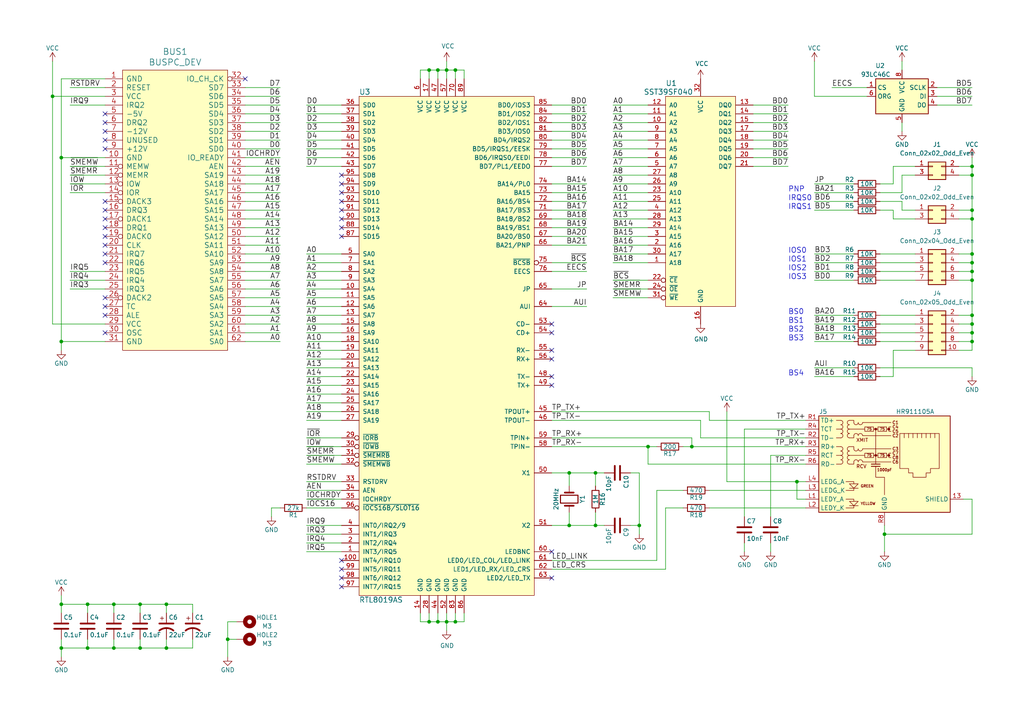
<source format=kicad_sch>
(kicad_sch (version 20250114) (generator "eeschema") (generator_version "9.0")
  (paper "A4")
  (title_block (title "ISA 8-Bit Ethernet Controller") (date "2021-04-22") (rev "1.0") (company "Designed by Sergey Kiselev") (comment 2 "Licensed under CERN-OHL-S: https://cern-ohl.web.cern.ch") (comment 3 "Documentation and design files: https://github.com/skiselev/isa8_eth") (comment 4 "ISA 8-Bit Ethernet Controller is an open source hardware project"))
  (text "IOS3" (at 228.6 81.28 0) (effects (font (size 1.524 1.524)) (justify left bottom)))
  (text "IRQS0" (at 228.6 58.42 0) (effects (font (size 1.524 1.524)) (justify left bottom)))
  (text "BS2" (at 228.6 96.52 0) (effects (font (size 1.524 1.524)) (justify left bottom)))
  (text "BS4" (at 228.6 109.22 0) (effects (font (size 1.524 1.524)) (justify left bottom)))
  (text "IRQS1" (at 228.6 60.96 0) (effects (font (size 1.524 1.524)) (justify left bottom)))
  (text "BS3" (at 228.6 99.06 0) (effects (font (size 1.524 1.524)) (justify left bottom)))
  (text "IOS0" (at 228.6 73.66 0) (effects (font (size 1.524 1.524)) (justify left bottom)))
  (text "PNP" (at 228.6 55.88 0) (effects (font (size 1.524 1.524)) (justify left bottom)))
  (text "IOS2" (at 228.6 78.74 0) (effects (font (size 1.524 1.524)) (justify left bottom)))
  (text "BS0" (at 228.6 91.44 0) (effects (font (size 1.524 1.524)) (justify left bottom)))
  (text "IOS1" (at 228.6 76.2 0) (effects (font (size 1.524 1.524)) (justify left bottom)))
  (text "BS1" (at 228.6 93.98 0) (effects (font (size 1.524 1.524)) (justify left bottom)))
  (junction (at 127 20.32))
  (junction (at 281.94 99.06))
  (junction (at 129.54 180.34))
  (junction (at 124.46 180.34))
  (junction (at 17.78 187.96))
  (junction (at 185.42 152.4))
  (junction (at 48.26 187.96))
  (junction (at 172.72 137.16))
  (junction (at 66.04 185.42))
  (junction (at 281.94 63.5))
  (junction (at 281.94 48.26))
  (junction (at 127 180.34))
  (junction (at 281.94 50.8))
  (junction (at 281.94 93.98))
  (junction (at 187.96 129.54))
  (junction (at 40.64 175.26))
  (junction (at 256.54 154.94))
  (junction (at 281.94 91.44))
  (junction (at 132.08 180.34))
  (junction (at 281.94 96.52))
  (junction (at 281.94 81.28))
  (junction (at 172.72 152.4))
  (junction (at 231.14 139.7))
  (junction (at 281.94 60.96))
  (junction (at 48.26 175.26))
  (junction (at 25.4 187.96))
  (junction (at 33.02 187.96))
  (junction (at 132.08 20.32))
  (junction (at 165.1 152.4))
  (junction (at 281.94 76.2))
  (junction (at 165.1 137.16))
  (junction (at 281.94 78.74))
  (junction (at 33.02 175.26))
  (junction (at 17.78 175.26))
  (junction (at 124.46 20.32))
  (junction (at 17.78 45.72))
  (junction (at 129.54 20.32))
  (junction (at 40.64 187.96))
  (junction (at 25.4 175.26))
  (junction (at 281.94 73.66))
  (junction (at 17.78 99.06))
  (junction (at 200.66 129.54))
  (junction (at 15.24 27.94))
  (no_connect (at 99.06 170.18))
  (no_connect (at 30.48 88.9))
  (no_connect (at 30.48 35.56))
  (no_connect (at 30.48 58.42))
  (no_connect (at 99.06 167.64))
  (no_connect (at 99.06 165.1))
  (no_connect (at 160.02 104.14))
  (no_connect (at 30.48 38.1))
  (no_connect (at 160.02 96.52))
  (no_connect (at 160.02 109.22))
  (no_connect (at 160.02 111.76))
  (no_connect (at 71.12 22.86))
  (no_connect (at 160.02 167.64))
  (no_connect (at 99.06 50.8))
  (no_connect (at 30.48 33.02))
  (no_connect (at 99.06 63.5))
  (no_connect (at 99.06 58.42))
  (no_connect (at 30.48 43.18))
  (no_connect (at 99.06 55.88))
  (no_connect (at 160.02 160.02))
  (no_connect (at 30.48 91.44))
  (no_connect (at 30.48 71.12))
  (no_connect (at 30.48 66.04))
  (no_connect (at 160.02 93.98))
  (no_connect (at 30.48 76.2))
  (no_connect (at 99.06 66.04))
  (no_connect (at 30.48 73.66))
  (no_connect (at 99.06 68.58))
  (no_connect (at 30.48 86.36))
  (no_connect (at 99.06 60.96))
  (no_connect (at 30.48 60.96))
  (no_connect (at 30.48 40.64))
  (no_connect (at 30.48 96.52))
  (no_connect (at 99.06 53.34))
  (no_connect (at 99.06 162.56))
  (no_connect (at 30.48 68.58))
  (no_connect (at 160.02 101.6))
  (no_connect (at 30.48 63.5))
  (wire (pts (xy 99.06 134.62) (xy 88.9 134.62)))
  (wire (pts (xy 247.65 91.44) (xy 236.22 91.44)))
  (wire (pts (xy 71.12 55.88) (xy 81.28 55.88)))
  (wire (pts (xy 279.4 144.78) (xy 281.94 144.78)))
  (wire (pts (xy 177.8 76.2) (xy 187.96 76.2)))
  (wire (pts (xy 255.27 58.42) (xy 261.62 58.42)))
  (wire (pts (xy 17.78 45.72) (xy 17.78 99.06)))
  (wire (pts (xy 187.96 48.26) (xy 177.8 48.26)))
  (wire (pts (xy 160.02 43.18) (xy 170.18 43.18)))
  (wire (pts (xy 129.54 20.32) (xy 129.54 22.86)))
  (wire (pts (xy 281.94 99.06) (xy 281.94 101.6)))
  (wire (pts (xy 205.74 119.38) (xy 205.74 121.92)))
  (wire (pts (xy 71.12 53.34) (xy 81.28 53.34)))
  (wire (pts (xy 172.72 152.4) (xy 175.26 152.4)))
  (wire (pts (xy 99.06 30.48) (xy 88.9 30.48)))
  (wire (pts (xy 71.12 96.52) (xy 81.28 96.52)))
  (wire (pts (xy 55.88 185.42) (xy 55.88 187.96)))
  (wire (pts (xy 190.5 162.56) (xy 160.02 162.56)))
  (wire (pts (xy 160.02 38.1) (xy 170.18 38.1)))
  (wire (pts (xy 30.48 81.28) (xy 20.32 81.28)))
  (wire (pts (xy 99.06 83.82) (xy 88.9 83.82)))
  (wire (pts (xy 233.68 142.24) (xy 205.74 142.24)))
  (wire (pts (xy 71.12 33.02) (xy 81.28 33.02)))
  (wire (pts (xy 99.06 99.06) (xy 88.9 99.06)))
  (wire (pts (xy 15.24 17.78) (xy 15.24 27.94)))
  (wire (pts (xy 281.94 60.96) (xy 281.94 63.5)))
  (wire (pts (xy 25.4 175.26) (xy 33.02 175.26)))
  (wire (pts (xy 160.02 121.92) (xy 203.2 121.92)))
  (wire (pts (xy 160.02 30.48) (xy 170.18 30.48)))
  (wire (pts (xy 132.08 180.34) (xy 129.54 180.34)))
  (wire (pts (xy 129.54 17.78) (xy 129.54 20.32)))
  (wire (pts (xy 127 20.32) (xy 127 22.86)))
  (wire (pts (xy 278.13 78.74) (xy 281.94 78.74)))
  (wire (pts (xy 160.02 66.04) (xy 170.18 66.04)))
  (wire (pts (xy 129.54 177.8) (xy 129.54 180.34)))
  (wire (pts (xy 81.28 147.32) (xy 78.74 147.32)))
  (wire (pts (xy 281.94 63.5) (xy 281.94 73.66)))
  (wire (pts (xy 218.44 33.02) (xy 228.6 33.02)))
  (wire (pts (xy 223.52 132.08) (xy 223.52 149.86)))
  (wire (pts (xy 261.62 35.56) (xy 261.62 38.1)))
  (wire (pts (xy 99.06 93.98) (xy 88.9 93.98)))
  (wire (pts (xy 17.78 187.96) (xy 17.78 190.5)))
  (wire (pts (xy 40.64 177.8) (xy 40.64 175.26)))
  (wire (pts (xy 255.27 93.98) (xy 265.43 93.98)))
  (wire (pts (xy 187.96 33.02) (xy 177.8 33.02)))
  (wire (pts (xy 127 177.8) (xy 127 180.34)))
  (wire (pts (xy 160.02 68.58) (xy 170.18 68.58)))
  (wire (pts (xy 17.78 22.86) (xy 17.78 45.72)))
  (wire (pts (xy 25.4 187.96) (xy 33.02 187.96)))
  (wire (pts (xy 30.48 22.86) (xy 17.78 22.86)))
  (wire (pts (xy 99.06 154.94) (xy 88.9 154.94)))
  (wire (pts (xy 223.52 157.48) (xy 223.52 160.02)))
  (wire (pts (xy 99.06 101.6) (xy 88.9 101.6)))
  (wire (pts (xy 255.27 106.68) (xy 281.94 106.68)))
  (wire (pts (xy 215.9 157.48) (xy 215.9 160.02)))
  (wire (pts (xy 71.12 50.8) (xy 81.28 50.8)))
  (wire (pts (xy 129.54 180.34) (xy 127 180.34)))
  (wire (pts (xy 99.06 91.44) (xy 88.9 91.44)))
  (wire (pts (xy 165.1 137.16) (xy 172.72 137.16)))
  (wire (pts (xy 99.06 127) (xy 88.9 127)))
  (wire (pts (xy 187.96 45.72) (xy 177.8 45.72)))
  (wire (pts (xy 281.94 99.06) (xy 278.13 99.06)))
  (wire (pts (xy 281.94 78.74) (xy 281.94 81.28)))
  (wire (pts (xy 281.94 106.68) (xy 281.94 109.22)))
  (wire (pts (xy 281.94 101.6) (xy 278.13 101.6)))
  (wire (pts (xy 281.94 144.78) (xy 281.94 154.94)))
  (wire (pts (xy 231.14 144.78) (xy 231.14 139.7)))
  (wire (pts (xy 205.74 121.92) (xy 233.68 121.92)))
  (wire (pts (xy 185.42 137.16) (xy 182.88 137.16)))
  (wire (pts (xy 231.14 139.7) (xy 233.68 139.7)))
  (wire (pts (xy 71.12 66.04) (xy 81.28 66.04)))
  (wire (pts (xy 99.06 38.1) (xy 88.9 38.1)))
  (wire (pts (xy 99.06 104.14) (xy 88.9 104.14)))
  (wire (pts (xy 160.02 45.72) (xy 170.18 45.72)))
  (wire (pts (xy 187.96 134.62) (xy 187.96 129.54)))
  (wire (pts (xy 247.65 76.2) (xy 236.22 76.2)))
  (wire (pts (xy 17.78 99.06) (xy 30.48 99.06)))
  (wire (pts (xy 255.27 53.34) (xy 259.08 53.34)))
  (wire (pts (xy 99.06 144.78) (xy 88.9 144.78)))
  (wire (pts (xy 278.13 63.5) (xy 281.94 63.5)))
  (wire (pts (xy 71.12 63.5) (xy 81.28 63.5)))
  (wire (pts (xy 187.96 58.42) (xy 177.8 58.42)))
  (wire (pts (xy 99.06 81.28) (xy 88.9 81.28)))
  (wire (pts (xy 30.48 78.74) (xy 20.32 78.74)))
  (wire (pts (xy 187.96 83.82) (xy 177.8 83.82)))
  (wire (pts (xy 99.06 152.4) (xy 88.9 152.4)))
  (wire (pts (xy 71.12 91.44) (xy 81.28 91.44)))
  (wire (pts (xy 281.94 48.26) (xy 281.94 50.8)))
  (wire (pts (xy 255.27 109.22) (xy 259.08 109.22)))
  (wire (pts (xy 132.08 180.34) (xy 132.08 177.8)))
  (wire (pts (xy 99.06 139.7) (xy 88.9 139.7)))
  (wire (pts (xy 281.94 91.44) (xy 281.94 93.98)))
  (wire (pts (xy 71.12 71.12) (xy 81.28 71.12)))
  (wire (pts (xy 259.08 53.34) (xy 259.08 48.26)))
  (wire (pts (xy 121.92 20.32) (xy 124.46 20.32)))
  (wire (pts (xy 203.2 121.92) (xy 203.2 127)))
  (wire (pts (xy 71.12 99.06) (xy 81.28 99.06)))
  (wire (pts (xy 265.43 76.2) (xy 255.27 76.2)))
  (wire (pts (xy 160.02 119.38) (xy 205.74 119.38)))
  (wire (pts (xy 259.08 60.96) (xy 259.08 63.5)))
  (wire (pts (xy 160.02 137.16) (xy 165.1 137.16)))
  (wire (pts (xy 71.12 83.82) (xy 81.28 83.82)))
  (wire (pts (xy 210.82 119.38) (xy 210.82 139.7)))
  (wire (pts (xy 68.58 180.34) (xy 66.04 180.34)))
  (wire (pts (xy 165.1 137.16) (xy 165.1 140.97)))
  (wire (pts (xy 40.64 175.26) (xy 48.26 175.26)))
  (wire (pts (xy 281.94 45.72) (xy 281.94 48.26)))
  (wire (pts (xy 30.48 30.48) (xy 20.32 30.48)))
  (wire (pts (xy 17.78 187.96) (xy 25.4 187.96)))
  (wire (pts (xy 160.02 127) (xy 200.66 127)))
  (wire (pts (xy 256.54 154.94) (xy 256.54 160.02)))
  (wire (pts (xy 71.12 58.42) (xy 81.28 58.42)))
  (wire (pts (xy 160.02 58.42) (xy 170.18 58.42)))
  (wire (pts (xy 160.02 165.1) (xy 193.04 165.1)))
  (wire (pts (xy 124.46 177.8) (xy 124.46 180.34)))
  (wire (pts (xy 99.06 43.18) (xy 88.9 43.18)))
  (wire (pts (xy 99.06 160.02) (xy 88.9 160.02)))
  (wire (pts (xy 160.02 71.12) (xy 170.18 71.12)))
  (wire (pts (xy 71.12 48.26) (xy 81.28 48.26)))
  (wire (pts (xy 99.06 119.38) (xy 88.9 119.38)))
  (wire (pts (xy 261.62 55.88) (xy 255.27 55.88)))
  (wire (pts (xy 15.24 27.94) (xy 15.24 93.98)))
  (wire (pts (xy 71.12 88.9) (xy 81.28 88.9)))
  (wire (pts (xy 247.65 96.52) (xy 236.22 96.52)))
  (wire (pts (xy 71.12 38.1) (xy 81.28 38.1)))
  (wire (pts (xy 25.4 177.8) (xy 25.4 175.26)))
  (wire (pts (xy 160.02 40.64) (xy 170.18 40.64)))
  (wire (pts (xy 99.06 111.76) (xy 88.9 111.76)))
  (wire (pts (xy 15.24 93.98) (xy 30.48 93.98)))
  (wire (pts (xy 281.94 81.28) (xy 281.94 91.44)))
  (wire (pts (xy 121.92 180.34) (xy 121.92 177.8)))
  (wire (pts (xy 99.06 33.02) (xy 88.9 33.02)))
  (wire (pts (xy 25.4 185.42) (xy 25.4 187.96)))
  (wire (pts (xy 281.94 50.8) (xy 281.94 60.96)))
  (wire (pts (xy 218.44 35.56) (xy 228.6 35.56)))
  (wire (pts (xy 187.96 50.8) (xy 177.8 50.8)))
  (wire (pts (xy 99.06 106.68) (xy 88.9 106.68)))
  (wire (pts (xy 251.46 25.4) (xy 241.3 25.4)))
  (wire (pts (xy 218.44 40.64) (xy 228.6 40.64)))
  (wire (pts (xy 99.06 45.72) (xy 88.9 45.72)))
  (wire (pts (xy 233.68 124.46) (xy 215.9 124.46)))
  (wire (pts (xy 187.96 40.64) (xy 177.8 40.64)))
  (wire (pts (xy 247.65 73.66) (xy 236.22 73.66)))
  (wire (pts (xy 160.02 33.02) (xy 170.18 33.02)))
  (wire (pts (xy 218.44 43.18) (xy 228.6 43.18)))
  (wire (pts (xy 271.78 27.94) (xy 281.94 27.94)))
  (wire (pts (xy 187.96 71.12) (xy 177.8 71.12)))
  (wire (pts (xy 66.04 180.34) (xy 66.04 185.42)))
  (wire (pts (xy 99.06 157.48) (xy 88.9 157.48)))
  (wire (pts (xy 17.78 45.72) (xy 30.48 45.72)))
  (wire (pts (xy 271.78 25.4) (xy 281.94 25.4)))
  (wire (pts (xy 71.12 35.56) (xy 81.28 35.56)))
  (wire (pts (xy 218.44 48.26) (xy 228.6 48.26)))
  (wire (pts (xy 66.04 185.42) (xy 66.04 190.5)))
  (wire (pts (xy 99.06 48.26) (xy 88.9 48.26)))
  (wire (pts (xy 187.96 60.96) (xy 177.8 60.96)))
  (wire (pts (xy 187.96 134.62) (xy 233.68 134.62)))
  (wire (pts (xy 172.72 137.16) (xy 172.72 140.97)))
  (wire (pts (xy 281.94 93.98) (xy 281.94 96.52)))
  (wire (pts (xy 48.26 175.26) (xy 48.26 177.8)))
  (wire (pts (xy 160.02 88.9) (xy 170.18 88.9)))
  (wire (pts (xy 99.06 109.22) (xy 88.9 109.22)))
  (wire (pts (xy 247.65 53.34) (xy 236.22 53.34)))
  (wire (pts (xy 30.48 25.4) (xy 20.32 25.4)))
  (wire (pts (xy 160.02 35.56) (xy 170.18 35.56)))
  (wire (pts (xy 247.65 106.68) (xy 236.22 106.68)))
  (wire (pts (xy 281.94 93.98) (xy 278.13 93.98)))
  (wire (pts (xy 40.64 187.96) (xy 48.26 187.96)))
  (wire (pts (xy 190.5 142.24) (xy 190.5 162.56)))
  (wire (pts (xy 210.82 139.7) (xy 231.14 139.7)))
  (wire (pts (xy 281.94 76.2) (xy 281.94 78.74)))
  (wire (pts (xy 247.65 55.88) (xy 236.22 55.88)))
  (wire (pts (xy 187.96 68.58) (xy 177.8 68.58)))
  (wire (pts (xy 124.46 20.32) (xy 124.46 22.86)))
  (wire (pts (xy 160.02 48.26) (xy 170.18 48.26)))
  (wire (pts (xy 71.12 76.2) (xy 81.28 76.2)))
  (wire (pts (xy 48.26 175.26) (xy 55.88 175.26)))
  (wire (pts (xy 247.65 60.96) (xy 236.22 60.96)))
  (wire (pts (xy 187.96 66.04) (xy 177.8 66.04)))
  (wire (pts (xy 121.92 22.86) (xy 121.92 20.32)))
  (wire (pts (xy 68.58 185.42) (xy 66.04 185.42)))
  (wire (pts (xy 259.08 63.5) (xy 265.43 63.5)))
  (wire (pts (xy 160.02 63.5) (xy 170.18 63.5)))
  (wire (pts (xy 255.27 96.52) (xy 265.43 96.52)))
  (wire (pts (xy 71.12 68.58) (xy 81.28 68.58)))
  (wire (pts (xy 247.65 78.74) (xy 236.22 78.74)))
  (wire (pts (xy 124.46 20.32) (xy 127 20.32)))
  (wire (pts (xy 187.96 30.48) (xy 177.8 30.48)))
  (wire (pts (xy 160.02 78.74) (xy 170.18 78.74)))
  (wire (pts (xy 278.13 81.28) (xy 281.94 81.28)))
  (wire (pts (xy 99.06 73.66) (xy 88.9 73.66)))
  (wire (pts (xy 255.27 91.44) (xy 265.43 91.44)))
  (wire (pts (xy 278.13 76.2) (xy 281.94 76.2)))
  (wire (pts (xy 190.5 129.54) (xy 187.96 129.54)))
  (wire (pts (xy 185.42 137.16) (xy 185.42 152.4)))
  (wire (pts (xy 185.42 152.4) (xy 185.42 154.94)))
  (wire (pts (xy 71.12 43.18) (xy 81.28 43.18)))
  (wire (pts (xy 160.02 152.4) (xy 165.1 152.4)))
  (wire (pts (xy 187.96 86.36) (xy 177.8 86.36)))
  (wire (pts (xy 172.72 137.16) (xy 175.26 137.16)))
  (wire (pts (xy 251.46 27.94) (xy 236.22 27.94)))
  (wire (pts (xy 278.13 48.26) (xy 281.94 48.26)))
  (wire (pts (xy 30.48 55.88) (xy 20.32 55.88)))
  (wire (pts (xy 215.9 124.46) (xy 215.9 149.86)))
  (wire (pts (xy 160.02 55.88) (xy 170.18 55.88)))
  (wire (pts (xy 261.62 17.78) (xy 261.62 20.32)))
  (wire (pts (xy 71.12 30.48) (xy 81.28 30.48)))
  (wire (pts (xy 259.08 48.26) (xy 265.43 48.26)))
  (wire (pts (xy 30.48 83.82) (xy 20.32 83.82)))
  (wire (pts (xy 48.26 187.96) (xy 48.26 185.42)))
  (wire (pts (xy 165.1 152.4) (xy 172.72 152.4)))
  (wire (pts (xy 265.43 81.28) (xy 255.27 81.28)))
  (wire (pts (xy 247.65 93.98) (xy 236.22 93.98)))
  (wire (pts (xy 218.44 30.48) (xy 228.6 30.48)))
  (wire (pts (xy 218.44 38.1) (xy 228.6 38.1)))
  (wire (pts (xy 187.96 81.28) (xy 177.8 81.28)))
  (wire (pts (xy 132.08 20.32) (xy 132.08 22.86)))
  (wire (pts (xy 172.72 152.4) (xy 172.72 148.59)))
  (wire (pts (xy 127 180.34) (xy 124.46 180.34)))
  (wire (pts (xy 259.08 101.6) (xy 259.08 109.22)))
  (wire (pts (xy 187.96 63.5) (xy 177.8 63.5)))
  (wire (pts (xy 71.12 60.96) (xy 81.28 60.96)))
  (wire (pts (xy 160.02 76.2) (xy 170.18 76.2)))
  (wire (pts (xy 278.13 50.8) (xy 281.94 50.8)))
  (wire (pts (xy 281.94 96.52) (xy 278.13 96.52)))
  (wire (pts (xy 247.65 58.42) (xy 236.22 58.42)))
  (wire (pts (xy 33.02 177.8) (xy 33.02 175.26)))
  (wire (pts (xy 187.96 55.88) (xy 177.8 55.88)))
  (wire (pts (xy 233.68 147.32) (xy 205.74 147.32)))
  (wire (pts (xy 187.96 53.34) (xy 177.8 53.34)))
  (wire (pts (xy 281.94 73.66) (xy 281.94 76.2)))
  (wire (pts (xy 261.62 50.8) (xy 265.43 50.8)))
  (wire (pts (xy 30.48 48.26) (xy 20.32 48.26)))
  (wire (pts (xy 71.12 25.4) (xy 81.28 25.4)))
  (wire (pts (xy 236.22 27.94) (xy 236.22 17.78)))
  (wire (pts (xy 256.54 152.4) (xy 256.54 154.94)))
  (wire (pts (xy 99.06 88.9) (xy 88.9 88.9)))
  (wire (pts (xy 281.94 96.52) (xy 281.94 99.06)))
  (wire (pts (xy 200.66 129.54) (xy 233.68 129.54)))
  (wire (pts (xy 71.12 45.72) (xy 81.28 45.72)))
  (wire (pts (xy 278.13 73.66) (xy 281.94 73.66)))
  (wire (pts (xy 55.88 177.8) (xy 55.88 175.26)))
  (wire (pts (xy 129.54 20.32) (xy 132.08 20.32)))
  (wire (pts (xy 71.12 86.36) (xy 81.28 86.36)))
  (wire (pts (xy 99.06 96.52) (xy 88.9 96.52)))
  (wire (pts (xy 203.2 127) (xy 233.68 127)))
  (wire (pts (xy 30.48 53.34) (xy 20.32 53.34)))
  (wire (pts (xy 177.8 73.66) (xy 187.96 73.66)))
  (wire (pts (xy 187.96 38.1) (xy 177.8 38.1)))
  (wire (pts (xy 265.43 73.66) (xy 255.27 73.66)))
  (wire (pts (xy 71.12 81.28) (xy 81.28 81.28)))
  (wire (pts (xy 160.02 53.34) (xy 170.18 53.34)))
  (wire (pts (xy 129.54 182.88) (xy 129.54 180.34)))
  (wire (pts (xy 71.12 40.64) (xy 81.28 40.64)))
  (wire (pts (xy 132.08 20.32) (xy 134.62 20.32)))
  (wire (pts (xy 200.66 127) (xy 200.66 129.54)))
  (wire (pts (xy 71.12 93.98) (xy 81.28 93.98)))
  (wire (pts (xy 48.26 187.96) (xy 55.88 187.96)))
  (wire (pts (xy 99.06 121.92) (xy 88.9 121.92)))
  (wire (pts (xy 281.94 154.94) (xy 256.54 154.94)))
  (wire (pts (xy 233.68 144.78) (xy 231.14 144.78)))
  (wire (pts (xy 127 20.32) (xy 129.54 20.32)))
  (wire (pts (xy 99.06 129.54) (xy 88.9 129.54)))
  (wire (pts (xy 124.46 180.34) (xy 121.92 180.34)))
  (wire (pts (xy 247.65 99.06) (xy 236.22 99.06)))
  (wire (pts (xy 30.48 50.8) (xy 20.32 50.8)))
  (wire (pts (xy 71.12 78.74) (xy 81.28 78.74)))
  (wire (pts (xy 160.02 60.96) (xy 170.18 60.96)))
  (wire (pts (xy 193.04 147.32) (xy 198.12 147.32)))
  (wire (pts (xy 198.12 129.54) (xy 200.66 129.54)))
  (wire (pts (xy 99.06 132.08) (xy 88.9 132.08)))
  (wire (pts (xy 33.02 175.26) (xy 40.64 175.26)))
  (wire (pts (xy 187.96 43.18) (xy 177.8 43.18)))
  (wire (pts (xy 33.02 187.96) (xy 40.64 187.96)))
  (wire (pts (xy 99.06 76.2) (xy 88.9 76.2)))
  (wire (pts (xy 99.06 114.3) (xy 88.9 114.3)))
  (wire (pts (xy 255.27 60.96) (xy 259.08 60.96)))
  (wire (pts (xy 99.06 147.32) (xy 88.9 147.32)))
  (wire (pts (xy 99.06 40.64) (xy 88.9 40.64)))
  (wire (pts (xy 33.02 187.96) (xy 33.02 185.42)))
  (wire (pts (xy 99.06 86.36) (xy 88.9 86.36)))
  (wire (pts (xy 261.62 60.96) (xy 265.43 60.96)))
  (wire (pts (xy 17.78 175.26) (xy 25.4 175.26)))
  (wire (pts (xy 218.44 45.72) (xy 228.6 45.72)))
  (wire (pts (xy 99.06 35.56) (xy 88.9 35.56)))
  (wire (pts (xy 134.62 180.34) (xy 132.08 180.34)))
  (wire (pts (xy 160.02 129.54) (xy 187.96 129.54)))
  (wire (pts (xy 265.43 78.74) (xy 255.27 78.74)))
  (wire (pts (xy 271.78 30.48) (xy 281.94 30.48)))
  (wire (pts (xy 15.24 27.94) (xy 30.48 27.94)))
  (wire (pts (xy 165.1 152.4) (xy 165.1 148.59)))
  (wire (pts (xy 17.78 172.72) (xy 17.78 175.26)))
  (wire (pts (xy 40.64 185.42) (xy 40.64 187.96)))
  (wire (pts (xy 71.12 73.66) (xy 81.28 73.66)))
  (wire (pts (xy 247.65 81.28) (xy 236.22 81.28)))
  (wire (pts (xy 17.78 175.26) (xy 17.78 177.8)))
  (wire (pts (xy 99.06 142.24) (xy 88.9 142.24)))
  (wire (pts (xy 187.96 35.56) (xy 177.8 35.56)))
  (wire (pts (xy 134.62 20.32) (xy 134.62 22.86)))
  (wire (pts (xy 182.88 152.4) (xy 185.42 152.4)))
  (wire (pts (xy 78.74 147.32) (xy 78.74 149.86)))
  (wire (pts (xy 17.78 99.06) (xy 17.78 101.6)))
  (wire (pts (xy 99.06 116.84) (xy 88.9 116.84)))
  (wire (pts (xy 233.68 132.08) (xy 223.52 132.08)))
  (wire (pts (xy 99.06 78.74) (xy 88.9 78.74)))
  (wire (pts (xy 247.65 109.22) (xy 236.22 109.22)))
  (wire (pts (xy 261.62 50.8) (xy 261.62 55.88)))
  (wire (pts (xy 281.94 91.44) (xy 278.13 91.44)))
  (wire (pts (xy 160.02 83.82) (xy 170.18 83.82)))
  (wire (pts (xy 134.62 177.8) (xy 134.62 180.34)))
  (wire (pts (xy 190.5 142.24) (xy 198.12 142.24)))
  (wire (pts (xy 278.13 60.96) (xy 281.94 60.96)))
  (wire (pts (xy 261.62 58.42) (xy 261.62 60.96)))
  (wire (pts (xy 193.04 147.32) (xy 193.04 165.1)))
  (wire (pts (xy 71.12 27.94) (xy 81.28 27.94)))
  (wire (pts (xy 265.43 101.6) (xy 259.08 101.6)))
  (wire (pts (xy 255.27 99.06) (xy 265.43 99.06)))
  (wire (pts (xy 17.78 185.42) (xy 17.78 187.96)))
  (label "BA15" (at 177.8 68.58 0) (effects (font (size 1.524 1.524))))
  (label "BD3" (at 228.6 38.1 180) (effects (font (size 1.524 1.524))))
  (label "A0" (at 81.28 99.06 180) (effects (font (size 1.524 1.524))))
  (label "A19" (at 81.28 50.8 180) (effects (font (size 1.524 1.524))))
  (label "BD7" (at 281.94 30.48 180) (effects (font (size 1.524 1.524))))
  (label "A5" (at 81.28 86.36 180) (effects (font (size 1.524 1.524))))
  (label "A17" (at 88.9 116.84 0) (effects (font (size 1.524 1.524))))
  (label "A2" (at 88.9 78.74 0) (effects (font (size 1.524 1.524))))
  (label "D0" (at 88.9 30.48 0) (effects (font (size 1.524 1.524))))
  (label "BD3" (at 236.22 73.66 0) (effects (font (size 1.524 1.524))))
  (label "A14" (at 88.9 109.22 0) (effects (font (size 1.524 1.524))))
  (label "BA21" (at 236.22 55.88 0) (effects (font (size 1.524 1.524))))
  (label "D4" (at 81.28 33.02 180) (effects (font (size 1.524 1.524))))
  (label "A18" (at 88.9 119.38 0) (effects (font (size 1.524 1.524))))
  (label "IRQ5" (at 88.9 160.02 0) (effects (font (size 1.524 1.524))))
  (label "BA17" (at 177.8 73.66 0) (effects (font (size 1.524 1.524))))
  (label "IRQ3" (at 20.32 83.82 0) (effects (font (size 1.524 1.524))))
  (label "A10" (at 177.8 55.88 0) (effects (font (size 1.524 1.524))))
  (label "A13" (at 177.8 63.5 0) (effects (font (size 1.524 1.524))))
  (label "D5" (at 81.28 30.48 180) (effects (font (size 1.524 1.524))))
  (label "A0" (at 177.8 30.48 0) (effects (font (size 1.524 1.524))))
  (label "BD2" (at 228.6 35.56 180) (effects (font (size 1.524 1.524))))
  (label "BA18" (at 236.22 96.52 0) (effects (font (size 1.524 1.524))))
  (label "BD2" (at 236.22 76.2 0) (effects (font (size 1.524 1.524))))
  (label "A7" (at 88.9 91.44 0) (effects (font (size 1.524 1.524))))
  (label "D2" (at 81.28 38.1 180) (effects (font (size 1.524 1.524))))
  (label "D5" (at 88.9 43.18 0) (effects (font (size 1.524 1.524))))
  (label "~{BCS}" (at 170.18 76.2 180) (effects (font (size 1.524 1.524))))
  (label "D0" (at 81.28 43.18 180) (effects (font (size 1.524 1.524))))
  (label "BD3" (at 170.18 38.1 180) (effects (font (size 1.524 1.524))))
  (label "A8" (at 177.8 50.8 0) (effects (font (size 1.524 1.524))))
  (label "BD4" (at 228.6 40.64 180) (effects (font (size 1.524 1.524))))
  (label "IOCHRDY" (at 88.9 144.78 0) (effects (font (size 1.524 1.524))))
  (label "BA21" (at 170.18 71.12 180) (effects (font (size 1.524 1.524))))
  (label "A15" (at 88.9 111.76 0) (effects (font (size 1.524 1.524))))
  (label "BD5" (at 236.22 60.96 0) (effects (font (size 1.524 1.524))))
  (label "IRQ5" (at 20.32 78.74 0) (effects (font (size 1.524 1.524))))
  (label "BD7" (at 228.6 48.26 180) (effects (font (size 1.524 1.524))))
  (label "A7" (at 177.8 48.26 0) (effects (font (size 1.524 1.524))))
  (label "D1" (at 81.28 40.64 180) (effects (font (size 1.524 1.524))))
  (label "A9" (at 81.28 76.2 180) (effects (font (size 1.524 1.524))))
  (label "BA14" (at 177.8 66.04 0) (effects (font (size 1.524 1.524))))
  (label "BA16" (at 177.8 71.12 0) (effects (font (size 1.524 1.524))))
  (label "A12" (at 88.9 104.14 0) (effects (font (size 1.524 1.524))))
  (label "BA14" (at 170.18 53.34 180) (effects (font (size 1.524 1.524))))
  (label "BA16" (at 236.22 109.22 0) (effects (font (size 1.524 1.524))))
  (label "TP_TX+" (at 160.02 119.38 0) (effects (font (size 1.524 1.524))))
  (label "BA20" (at 236.22 91.44 0) (effects (font (size 1.524 1.524))))
  (label "A1" (at 81.28 96.52 180) (effects (font (size 1.524 1.524))))
  (label "BA18" (at 170.18 63.5 180) (effects (font (size 1.524 1.524))))
  (label "~{IOR}" (at 88.9 127 0) (effects (font (size 1.524 1.524))))
  (label "~{IOW}" (at 88.9 129.54 0) (effects (font (size 1.524 1.524))))
  (label "A10" (at 81.28 73.66 180) (effects (font (size 1.524 1.524))))
  (label "A4" (at 88.9 83.82 0) (effects (font (size 1.524 1.524))))
  (label "BD0" (at 236.22 81.28 0) (effects (font (size 1.524 1.524))))
  (label "BD5" (at 228.6 43.18 180) (effects (font (size 1.524 1.524))))
  (label "A4" (at 177.8 40.64 0) (effects (font (size 1.524 1.524))))
  (label "IRQ9" (at 88.9 152.4 0) (effects (font (size 1.524 1.524))))
  (label "A13" (at 81.28 66.04 180) (effects (font (size 1.524 1.524))))
  (label "~{BCS}" (at 177.8 81.28 0) (effects (font (size 1.524 1.524))))
  (label "BD6" (at 281.94 27.94 180) (effects (font (size 1.524 1.524))))
  (label "A1" (at 177.8 33.02 0) (effects (font (size 1.524 1.524))))
  (label "A4" (at 81.28 88.9 180) (effects (font (size 1.524 1.524))))
  (label "BA15" (at 170.18 55.88 180) (effects (font (size 1.524 1.524))))
  (label "A6" (at 88.9 88.9 0) (effects (font (size 1.524 1.524))))
  (label "BA20" (at 170.18 68.58 180) (effects (font (size 1.524 1.524))))
  (label "BD6" (at 170.18 45.72 180) (effects (font (size 1.524 1.524))))
  (label "~{SMEMW}" (at 177.8 86.36 0) (effects (font (size 1.524 1.524))))
  (label "AUI" (at 236.22 106.68 0) (effects (font (size 1.524 1.524))))
  (label "A12" (at 81.28 68.58 180) (effects (font (size 1.524 1.524))))
  (label "BA19" (at 236.22 93.98 0) (effects (font (size 1.524 1.524))))
  (label "EECS" (at 241.3 25.4 0) (effects (font (size 1.524 1.524))))
  (label "BA17" (at 236.22 99.06 0) (effects (font (size 1.524 1.524))))
  (label "TP_TX-" (at 233.68 127 180) (effects (font (size 1.524 1.524))))
  (label "A3" (at 88.9 81.28 0) (effects (font (size 1.524 1.524))))
  (label "D7" (at 81.28 25.4 180) (effects (font (size 1.524 1.524))))
  (label "BA18" (at 177.8 76.2 0) (effects (font (size 1.524 1.524))))
  (label "TP_RX-" (at 233.68 134.62 180) (effects (font (size 1.524 1.524))))
  (label "BD6" (at 228.6 45.72 180) (effects (font (size 1.524 1.524))))
  (label "IRQ4" (at 88.9 157.48 0) (effects (font (size 1.524 1.524))))
  (label "BD0" (at 170.18 30.48 180) (effects (font (size 1.524 1.524))))
  (label "A5" (at 177.8 43.18 0) (effects (font (size 1.524 1.524))))
  (label "~{IOW}" (at 20.32 53.34 0) (effects (font (size 1.524 1.524))))
  (label "IRQ9" (at 20.32 30.48 0) (effects (font (size 1.524 1.524))))
  (label "~{SMEMR}" (at 20.32 50.8 0) (effects (font (size 1.524 1.524))))
  (label "A5" (at 88.9 86.36 0) (effects (font (size 1.524 1.524))))
  (label "D4" (at 88.9 40.64 0) (effects (font (size 1.524 1.524))))
  (label "A9" (at 88.9 96.52 0) (effects (font (size 1.524 1.524))))
  (label "BD2" (at 170.18 35.56 180) (effects (font (size 1.524 1.524))))
  (label "A19" (at 88.9 121.92 0) (effects (font (size 1.524 1.524))))
  (label "A1" (at 88.9 76.2 0) (effects (font (size 1.524 1.524))))
  (label "A16" (at 88.9 114.3 0) (effects (font (size 1.524 1.524))))
  (label "D2" (at 88.9 35.56 0) (effects (font (size 1.524 1.524))))
  (label "TP_RX+" (at 233.68 129.54 180) (effects (font (size 1.524 1.524))))
  (label "A3" (at 81.28 91.44 180) (effects (font (size 1.524 1.524))))
  (label "A3" (at 177.8 38.1 0) (effects (font (size 1.524 1.524))))
  (label "A15" (at 81.28 60.96 180) (effects (font (size 1.524 1.524))))
  (label "TP_TX+" (at 233.68 121.92 180) (effects (font (size 1.524 1.524))))
  (label "TP_RX+" (at 160.02 127 0) (effects (font (size 1.524 1.524))))
  (label "~{IOCS16}" (at 88.9 147.32 0) (effects (font (size 1.524 1.524))))
  (label "D6" (at 88.9 45.72 0) (effects (font (size 1.524 1.524))))
  (label "D7" (at 88.9 48.26 0) (effects (font (size 1.524 1.524))))
  (label "AUI" (at 170.18 88.9 180) (effects (font (size 1.524 1.524))))
  (label "~{SMEMW}" (at 20.32 48.26 0) (effects (font (size 1.524 1.524))))
  (label "BD1" (at 170.18 33.02 180) (effects (font (size 1.524 1.524))))
  (label "A6" (at 81.28 83.82 180) (effects (font (size 1.524 1.524))))
  (label "BA19" (at 170.18 66.04 180) (effects (font (size 1.524 1.524))))
  (label "BD6" (at 236.22 58.42 0) (effects (font (size 1.524 1.524))))
  (label "BD0" (at 228.6 30.48 180) (effects (font (size 1.524 1.524))))
  (label "BD7" (at 170.18 48.26 180) (effects (font (size 1.524 1.524))))
  (label "D1" (at 88.9 33.02 0) (effects (font (size 1.524 1.524))))
  (label "A13" (at 88.9 106.68 0) (effects (font (size 1.524 1.524))))
  (label "EECS" (at 170.18 78.74 180) (effects (font (size 1.524 1.524))))
  (label "A6" (at 177.8 45.72 0) (effects (font (size 1.524 1.524))))
  (label "~{SMEMR}" (at 88.9 132.08 0) (effects (font (size 1.524 1.524))))
  (label "BD1" (at 228.6 33.02 180) (effects (font (size 1.524 1.524))))
  (label "IOCHRDY" (at 81.28 45.72 180) (effects (font (size 1.524 1.524))))
  (label "RSTDRV" (at 88.9 139.7 0) (effects (font (size 1.524 1.524))))
  (label "A16" (at 81.28 58.42 180) (effects (font (size 1.524 1.524))))
  (label "A0" (at 88.9 73.66 0) (effects (font (size 1.524 1.524))))
  (label "RSTDRV" (at 20.32 25.4 0) (effects (font (size 1.524 1.524))))
  (label "~{SMEMW}" (at 88.9 134.62 0) (effects (font (size 1.524 1.524))))
  (label "A7" (at 81.28 81.28 180) (effects (font (size 1.524 1.524))))
  (label "BD5" (at 281.94 25.4 180) (effects (font (size 1.524 1.524))))
  (label "A8" (at 88.9 93.98 0) (effects (font (size 1.524 1.524))))
  (label "D6" (at 81.28 27.94 180) (effects (font (size 1.524 1.524))))
  (label "A2" (at 81.28 93.98 180) (effects (font (size 1.524 1.524))))
  (label "~{SMEMR}" (at 177.8 83.82 0) (effects (font (size 1.524 1.524))))
  (label "A17" (at 81.28 55.88 180) (effects (font (size 1.524 1.524))))
  (label "TP_TX-" (at 160.02 121.92 0) (effects (font (size 1.524 1.524))))
  (label "LED_LINK" (at 160.02 162.56 0) (effects (font (size 1.524 1.524))))
  (label "BD1" (at 236.22 78.74 0) (effects (font (size 1.524 1.524))))
  (label "TP_RX-" (at 160.02 129.54 0) (effects (font (size 1.524 1.524))))
  (label "BA17" (at 170.18 60.96 180) (effects (font (size 1.524 1.524))))
  (label "A2" (at 177.8 35.56 0) (effects (font (size 1.524 1.524))))
  (label "JP" (at 236.22 53.34 0) (effects (font (size 1.524 1.524))))
  (label "A8" (at 81.28 78.74 180) (effects (font (size 1.524 1.524))))
  (label "LED_CRS" (at 160.02 165.1 0) (effects (font (size 1.524 1.524))))
  (label "A11" (at 88.9 101.6 0) (effects (font (size 1.524 1.524))))
  (label "~{IOR}" (at 20.32 55.88 0) (effects (font (size 1.524 1.524))))
  (label "BD5" (at 170.18 43.18 180) (effects (font (size 1.524 1.524))))
  (label "A14" (at 81.28 63.5 180) (effects (font (size 1.524 1.524))))
  (label "A11" (at 177.8 58.42 0) (effects (font (size 1.524 1.524))))
  (label "A9" (at 177.8 53.34 0) (effects (font (size 1.524 1.524))))
  (label "IRQ3" (at 88.9 154.94 0) (effects (font (size 1.524 1.524))))
  (label "JP" (at 170.18 83.82 180) (effects (font (size 1.524 1.524))))
  (label "D3" (at 88.9 38.1 0) (effects (font (size 1.524 1.524))))
  (label "AEN" (at 88.9 142.24 0) (effects (font (size 1.524 1.524))))
  (label "D3" (at 81.28 35.56 180) (effects (font (size 1.524 1.524))))
  (label "BA16" (at 170.18 58.42 180) (effects (font (size 1.524 1.524))))
  (label "A18" (at 81.28 53.34 180) (effects (font (size 1.524 1.524))))
  (label "BD4" (at 170.18 40.64 180) (effects (font (size 1.524 1.524))))
  (label "IRQ4" (at 20.32 81.28 0) (effects (font (size 1.524 1.524))))
  (label "A11" (at 81.28 71.12 180) (effects (font (size 1.524 1.524))))
  (label "A12" (at 177.8 60.96 0) (effects (font (size 1.524 1.524))))
  (label "AEN" (at 81.28 48.26 180) (effects (font (size 1.524 1.524))))
  (label "A10" (at 88.9 99.06 0) (effects (font (size 1.524 1.524))))
  (symbol (lib_id "xt_ethernet:VCC") (at 15.24 17.78 0) (unit 1)
    (property "Reference" "#PWR01" (effects (hide yes)))
    (property "Value" "VCC" (at 15.24 13.97 0))
  )
  (symbol (lib_id "xt_ethernet:GND") (at 17.78 101.6 0) (unit 1)
    (property "Reference" "#PWR02" (effects (hide yes)))
    (property "Value" "GND" (at 17.78 105.41 0))
  )
  (symbol (lib_id "xt_ethernet:Crystal") (at 165.1 144.78 270) (unit 1)
    (property "Reference" "Y1" (at 168.91 144.78 0))
    (property "Value" "20MHz" (at 161.29 144.78 0))
    (property "Footprint" "xt_eth:Crystal_HC-49U_Vert" (effects (hide yes)))
  )
  (symbol (lib_id "xt_ethernet:VCC") (at 236.22 17.78 0) (unit 1)
    (property "Reference" "#PWR03" (effects (hide yes)))
    (property "Value" "VCC" (at 236.22 13.97 0))
  )
  (symbol (lib_id "xt_ethernet:GND") (at 256.54 160.02 0) (unit 1)
    (property "Reference" "#PWR04" (effects (hide yes)))
    (property "Value" "GND" (at 256.54 163.83 0))
  )
  (symbol (lib_id "xt_ethernet:C") (at 223.52 153.67 0) (unit 1)
    (property "Reference" "C8" (at 224.155 151.13 0) (effects (justify left)))
    (property "Value" "10nF" (at 224.155 156.21 0) (effects (justify left)))
    (property "Footprint" "xt_eth:C_Disc_D7.0mm_W2.5mm_P5.00mm" (effects (hide yes)))
  )
  (symbol (lib_id "xt_ethernet:C") (at 215.9 153.67 0) (unit 1)
    (property "Reference" "C7" (at 216.535 151.13 0) (effects (justify left)))
    (property "Value" "10nF" (at 216.535 156.21 0) (effects (justify left)))
    (property "Footprint" "xt_eth:C_Disc_D7.0mm_W2.5mm_P5.00mm" (effects (hide yes)))
  )
  (symbol (lib_id "xt_ethernet:GND") (at 215.9 160.02 0) (unit 1)
    (property "Reference" "#PWR05" (effects (hide yes)))
    (property "Value" "GND" (at 215.9 163.83 0))
  )
  (symbol (lib_id "xt_ethernet:GND") (at 223.52 160.02 0) (unit 1)
    (property "Reference" "#PWR06" (effects (hide yes)))
    (property "Value" "GND" (at 223.52 163.83 0))
  )
  (symbol (lib_id "xt_ethernet:GND") (at 281.94 109.22 0) (unit 1)
    (property "Reference" "#PWR07" (effects (hide yes)))
    (property "Value" "GND" (at 281.94 113.03 0))
  )
  (symbol (lib_id "xt_ethernet:VCC") (at 281.94 45.72 0) (unit 1)
    (property "Reference" "#PWR08" (effects (hide yes)))
    (property "Value" "VCC" (at 281.94 41.91 0))
  )
  (symbol (lib_id "xt_ethernet:R") (at 201.93 142.24 270) (unit 1)
    (property "Reference" "R19" (at 201.93 144.272 90))
    (property "Value" "470" (at 201.93 142.24 90))
    (property "Footprint" "xt_eth:R_Axial_DIN0207_L6.3mm_D2.5mm_P10.16mm_Horizontal" (effects (hide yes)))
  )
  (symbol (lib_id "xt_ethernet:R") (at 201.93 147.32 270) (unit 1)
    (property "Reference" "R18" (at 201.93 149.352 90))
    (property "Value" "470" (at 201.93 147.32 90))
    (property "Footprint" "xt_eth:R_Axial_DIN0207_L6.3mm_D2.5mm_P10.16mm_Horizontal" (effects (hide yes)))
  )
  (symbol (lib_id "xt_ethernet:CP1-Device") (at 48.26 181.61 0) (unit 1)
    (property "Reference" "C6" (at 48.895 179.07 0) (effects (justify left)))
    (property "Value" "22uF" (at 48.895 184.15 0) (effects (justify left)))
    (property "Footprint" "xt_eth:CP_Radial_D6.3mm_P2.50mm" (effects (hide yes)))
  )
  (symbol (lib_id "xt_ethernet:CP1-Device") (at 55.88 181.61 0) (unit 1)
    (property "Reference" "C1" (at 56.515 179.07 0) (effects (justify left)))
    (property "Value" "22uF" (at 56.515 184.15 0) (effects (justify left)))
    (property "Footprint" "xt_eth:CP_Radial_D6.3mm_P2.50mm" (effects (hide yes)))
  )
  (symbol (lib_id "xt_ethernet:C") (at 17.78 181.61 0) (unit 1)
    (property "Reference" "C5" (at 18.415 179.07 0) (effects (justify left)))
    (property "Value" "0.1uF" (at 18.415 184.15 0) (effects (justify left)))
    (property "Footprint" "xt_eth:C_Disc_D7.0mm_W2.5mm_P5.00mm" (effects (hide yes)))
  )
  (symbol (lib_id "xt_ethernet:C") (at 25.4 181.61 0) (unit 1)
    (property "Reference" "C4" (at 26.035 179.07 0) (effects (justify left)))
    (property "Value" "0.1uF" (at 26.035 184.15 0) (effects (justify left)))
    (property "Footprint" "xt_eth:C_Disc_D7.0mm_W2.5mm_P5.00mm" (effects (hide yes)))
  )
  (symbol (lib_id "xt_ethernet:C") (at 33.02 181.61 0) (unit 1)
    (property "Reference" "C2" (at 33.655 179.07 0) (effects (justify left)))
    (property "Value" "0.1uF" (at 33.655 184.15 0) (effects (justify left)))
    (property "Footprint" "xt_eth:C_Disc_D7.0mm_W2.5mm_P5.00mm" (effects (hide yes)))
  )
  (symbol (lib_id "xt_ethernet:GND") (at 17.78 190.5 0) (unit 1)
    (property "Reference" "#PWR09" (effects (hide yes)))
    (property "Value" "GND" (at 17.78 194.31 0))
  )
  (symbol (lib_id "xt_ethernet:VCC") (at 17.78 172.72 0) (unit 1)
    (property "Reference" "#PWR010" (effects (hide yes)))
    (property "Value" "VCC" (at 17.78 168.91 0))
  )
  (symbol (lib_id "xt_ethernet:R") (at 194.31 129.54 270) (unit 1)
    (property "Reference" "R17" (at 194.31 131.572 90))
    (property "Value" "200" (at 194.31 129.54 90))
    (property "Footprint" "xt_eth:R_Axial_DIN0207_L6.3mm_D2.5mm_P10.16mm_Horizontal" (effects (hide yes)))
  )
  (symbol (lib_id "xt_ethernet:C") (at 40.64 181.61 0) (unit 1)
    (property "Reference" "C3" (at 41.275 179.07 0) (effects (justify left)))
    (property "Value" "0.1uF" (at 41.275 184.15 0) (effects (justify left)))
    (property "Footprint" "xt_eth:C_Disc_D7.0mm_W2.5mm_P5.00mm" (effects (hide yes)))
  )
  (symbol (lib_id "xt_ethernet:R") (at 172.72 144.78 0) (unit 1)
    (property "Reference" "R16" (at 174.752 144.78 90))
    (property "Value" "1M" (at 172.72 144.78 90))
    (property "Footprint" "xt_eth:R_Axial_DIN0207_L6.3mm_D2.5mm_P10.16mm_Horizontal" (effects (hide yes)))
  )
  (symbol (lib_id "xt_ethernet:R") (at 85.09 147.32 90) (mirror x) (unit 1)
    (property "Reference" "R1" (at 85.09 149.352 90))
    (property "Value" "27k" (at 85.09 147.32 90))
    (property "Footprint" "xt_eth:R_Axial_DIN0207_L6.3mm_D2.5mm_P10.16mm_Horizontal" (effects (hide yes)))
  )
  (symbol (lib_id "xt_ethernet:GND") (at 78.74 149.86 0) (mirror y) (unit 1)
    (property "Reference" "#PWR011" (effects (hide yes)))
    (property "Value" "GND" (at 78.74 153.67 0))
  )
  (symbol (lib_id "xt_ethernet:SST39SF040-my_components") (at 203.2 58.42 0) (unit 1)
    (property "Reference" "U1" (at 193.04 24.13 0) (effects (font (size 1.524 1.524)) (justify left)))
    (property "Value" "SST39SF040" (at 186.69 26.67 0) (effects (font (size 1.524 1.524)) (justify left)))
    (property "Footprint" "xt_eth:Socket_DIP32_600" (effects (hide yes)))
  )
  (symbol (lib_id "xt_ethernet:RTL8019AS-my_components") (at 129.54 100.33 0) (unit 1)
    (property "Reference" "U3" (at 104.14 26.67 0) (effects (font (size 1.524 1.524)) (justify left)))
    (property "Value" "RTL8019AS" (at 104.14 173.99 0) (effects (font (size 1.524 1.524)) (justify left)))
    (property "Footprint" "xt_eth:IC_PQFP-100_14x20mm_P0.65mm_Hand_Soldering" (effects (hide yes)))
  )
  (symbol (lib_id "xt_ethernet:C") (at 179.07 137.16 270) (unit 1)
    (property "Reference" "C10" (at 181.61 137.795 0) (effects (justify left)))
    (property "Value" "10pF" (at 176.53 137.795 0) (effects (justify left)))
    (property "Footprint" "xt_eth:C_Disc_D7.0mm_W2.5mm_P5.00mm" (effects (hide yes)))
  )
  (symbol (lib_id "xt_ethernet:C") (at 179.07 152.4 270) (unit 1)
    (property "Reference" "C9" (at 181.61 153.035 0) (effects (justify left)))
    (property "Value" "10pF" (at 176.53 153.035 0) (effects (justify left)))
    (property "Footprint" "xt_eth:C_Disc_D7.0mm_W2.5mm_P5.00mm" (effects (hide yes)))
  )
  (symbol (lib_id "xt_ethernet:GND") (at 185.42 154.94 0) (unit 1)
    (property "Reference" "#PWR012" (effects (hide yes)))
    (property "Value" "GND" (at 185.42 158.75 0))
  )
  (symbol (lib_id "xt_ethernet:MountingHole_Pad") (at 71.12 180.34 270) (unit 1)
    (property "Reference" "HOLE1" (at 77.47 179.07 90))
    (property "Value" "M3" (at 77.47 181.61 90))
    (property "Footprint" "xt_eth:MountingHole_3.2mm_M3_Pad_Via" (effects (hide yes)))
  )
  (symbol (lib_id "xt_ethernet:MountingHole_Pad") (at 71.12 185.42 270) (unit 1)
    (property "Reference" "HOLE2" (at 77.47 184.15 90))
    (property "Value" "M3" (at 77.47 186.69 90))
    (property "Footprint" "xt_eth:MountingHole_3.2mm_M3_Pad_Via" (effects (hide yes)))
  )
  (symbol (lib_id "xt_ethernet:GND") (at 66.04 190.5 0) (unit 1)
    (property "Reference" "#PWR013" (effects (hide yes)))
    (property "Value" "GND" (at 66.04 194.31 0))
  )
  (symbol (lib_id "xt_ethernet:VCC") (at 210.82 119.38 0) (unit 1)
    (property "Reference" "#PWR014" (effects (hide yes)))
    (property "Value" "VCC" (at 210.82 115.57 0))
  )
  (symbol (lib_id "xt_ethernet:93LCxxC") (at 261.62 27.94 0) (unit 1)
    (property "Reference" "U2" (at 255.27 19.05 0))
    (property "Value" "93LC46C" (at 254 21.59 0))
    (property "Footprint" "xt_eth:SO-8_3.9x4.9mm_P1.27mm" (effects (hide yes)))
    (property "Datasheet" "http://ww1.microchip.com/downloads/en/DeviceDoc/20001749K.pdf" (effects (hide yes)))
  )
  (symbol (lib_id "xt_ethernet:VCC") (at 261.62 17.78 0) (unit 1)
    (property "Reference" "#PWR0101" (effects (hide yes)))
    (property "Value" "VCC" (at 261.62 13.97 0))
  )
  (symbol (lib_id "xt_ethernet:GND") (at 261.62 38.1 0) (unit 1)
    (property "Reference" "#PWR0102" (effects (hide yes)))
    (property "Value" "GND" (at 261.62 41.91 0))
  )
  (symbol (lib_id "xt_ethernet:GND") (at 203.2 93.98 0) (unit 1)
    (property "Reference" "#PWR0103" (effects (hide yes)))
    (property "Value" "GND" (at 203.327 98.3742 0))
  )
  (symbol (lib_id "xt_ethernet:VCC") (at 203.2 22.86 0) (unit 1)
    (property "Reference" "#PWR0104" (effects (hide yes)))
    (property "Value" "VCC" (at 203.581 18.4658 0))
  )
  (symbol (lib_id "xt_ethernet:BUSPC_DEV-my_components") (at 50.8 60.96 0) (unit 1)
    (property "Reference" "BUS1" (at 50.8 14.986 0) (effects (font (size 1.778 1.778))))
    (property "Value" "BUSPC_DEV" (at 50.8 18.0594 0) (effects (font (size 1.778 1.778))))
    (property "Footprint" "xt_eth:Conn_Edge_PCB_ISA8" (effects (hide yes)))
  )
  (symbol (lib_id "xt_ethernet:VCC") (at 129.54 17.78 0) (unit 1)
    (property "Reference" "#PWR0105" (effects (hide yes)))
    (property "Value" "VCC" (at 129.921 13.3858 0))
  )
  (symbol (lib_id "xt_ethernet:GND") (at 129.54 182.88 0) (unit 1)
    (property "Reference" "#PWR0106" (effects (hide yes)))
    (property "Value" "GND" (at 129.667 187.2742 0))
  )
  (symbol (lib_id "xt_ethernet:RJ45_Amphenol_RJMG1BD3B8K1ANR-Connector") (at 256.54 134.62 0) (unit 1)
    (property "Reference" "J5" (at 238.76 119.38 0))
    (property "Value" "HR911105A" (at 265.43 119.38 0))
    (property "Footprint" "xt_eth:RJ45_HR911105A" (effects (hide yes)))
    (property "Datasheet" "https://www.amphenolcanada.com/ProductSearch/Drawings/AC/RJMG1BD3B8K1ANR.PDF" (effects (hide yes)))
  )
  (symbol (lib_id "Device:R") (at 251.46 78.74 90) (unit 1)
    (property "Reference" "R8" (at 246.38 77.47 90))
    (property "Value" "10K" (at 251.46 78.74 90))
    (property "Footprint" "xt_eth:R_Axial_DIN0207_L6.3mm_D2.5mm_P10.16mm_Horizontal" (effects (hide yes)))
  )
  (symbol (lib_id "Device:R") (at 251.46 81.28 90) (unit 1)
    (property "Reference" "R9" (at 246.38 80.01 90))
    (property "Value" "10K" (at 251.46 81.28 90))
    (property "Footprint" "xt_eth:R_Axial_DIN0207_L6.3mm_D2.5mm_P10.16mm_Horizontal" (effects (hide yes)))
  )
  (symbol (lib_id "Device:R") (at 251.46 91.44 90) (unit 1)
    (property "Reference" "R11" (at 246.38 90.17 90))
    (property "Value" "10K" (at 251.46 91.44 90))
    (property "Footprint" "xt_eth:R_Axial_DIN0207_L6.3mm_D2.5mm_P10.16mm_Horizontal" (effects (hide yes)))
  )
  (symbol (lib_id "Connector_Generic:Conn_02x02_Odd_Even") (at 270.51 60.96 0) (unit 1)
    (property "Reference" "J2" (at 271.78 54.61 0))
    (property "Value" "Conn_02x02_Odd_Even" (at 271.78 57.15 0))
    (property "Footprint" "xt_eth:PinHeader_2x02_P2.54mm_Vertical" (effects (hide yes)))
  )
  (symbol (lib_id "Device:R") (at 251.46 109.22 90) (unit 1)
    (property "Reference" "R15" (at 246.38 107.95 90))
    (property "Value" "10K" (at 251.46 109.22 90))
    (property "Footprint" "xt_eth:R_Axial_DIN0207_L6.3mm_D2.5mm_P10.16mm_Horizontal" (effects (hide yes)))
  )
  (symbol (lib_id "Device:R") (at 251.46 60.96 90) (unit 1)
    (property "Reference" "R5" (at 246.38 59.69 90))
    (property "Value" "10K" (at 251.46 60.96 90))
    (property "Footprint" "xt_eth:R_Axial_DIN0207_L6.3mm_D2.5mm_P10.16mm_Horizontal" (effects (hide yes)))
  )
  (symbol (lib_id "Device:R") (at 251.46 96.52 90) (unit 1)
    (property "Reference" "R13" (at 246.38 95.25 90))
    (property "Value" "10K" (at 251.46 96.52 90))
    (property "Footprint" "xt_eth:R_Axial_DIN0207_L6.3mm_D2.5mm_P10.16mm_Horizontal" (effects (hide yes)))
  )
  (symbol (lib_id "Device:R") (at 251.46 93.98 90) (unit 1)
    (property "Reference" "R12" (at 246.38 92.71 90))
    (property "Value" "10K" (at 251.46 93.98 90))
    (property "Footprint" "xt_eth:R_Axial_DIN0207_L6.3mm_D2.5mm_P10.16mm_Horizontal" (effects (hide yes)))
  )
  (symbol (lib_id "Device:R") (at 251.46 58.42 90) (unit 1)
    (property "Reference" "R4" (at 246.38 57.15 90))
    (property "Value" "10K" (at 251.46 58.42 90))
    (property "Footprint" "xt_eth:R_Axial_DIN0207_L6.3mm_D2.5mm_P10.16mm_Horizontal" (effects (hide yes)))
  )
  (symbol (lib_id "Connector_Generic:Conn_02x04_Odd_Even") (at 270.51 76.2 0) (unit 1)
    (property "Reference" "J3" (at 271.78 67.31 0))
    (property "Value" "Conn_02x04_Odd_Even" (at 271.78 69.85 0))
    (property "Footprint" "xt_eth:PinHeader_2x04_P2.54mm_Vertical" (effects (hide yes)))
  )
  (symbol (lib_id "Device:R") (at 251.46 73.66 90) (unit 1)
    (property "Reference" "R6" (at 246.38 72.39 90))
    (property "Value" "10K" (at 251.46 73.66 90))
    (property "Footprint" "xt_eth:R_Axial_DIN0207_L6.3mm_D2.5mm_P10.16mm_Horizontal" (effects (hide yes)))
  )
  (symbol (lib_id "Device:R") (at 251.46 76.2 90) (unit 1)
    (property "Reference" "R7" (at 246.38 74.93 90))
    (property "Value" "10K" (at 251.46 76.2 90))
    (property "Footprint" "xt_eth:R_Axial_DIN0207_L6.3mm_D2.5mm_P10.16mm_Horizontal" (effects (hide yes)))
  )
  (symbol (lib_id "Connector_Generic:Conn_02x02_Odd_Even") (at 270.51 48.26 0) (unit 1)
    (property "Reference" "J1" (at 271.78 41.91 0))
    (property "Value" "Conn_02x02_Odd_Even" (at 271.78 44.45 0))
    (property "Footprint" "xt_eth:PinHeader_2x02_P2.54mm_Vertical" (effects (hide yes)))
  )
  (symbol (lib_id "Device:R") (at 251.46 106.68 90) (unit 1)
    (property "Reference" "R10" (at 246.38 105.41 90))
    (property "Value" "10K" (at 251.46 106.68 90))
    (property "Footprint" "xt_eth:R_Axial_DIN0207_L6.3mm_D2.5mm_P10.16mm_Horizontal" (effects (hide yes)))
  )
  (symbol (lib_id "Device:R") (at 251.46 53.34 90) (unit 1)
    (property "Reference" "R2" (at 246.38 52.07 90))
    (property "Value" "10K" (at 251.46 53.34 90))
    (property "Footprint" "xt_eth:R_Axial_DIN0207_L6.3mm_D2.5mm_P10.16mm_Horizontal" (effects (hide yes)))
  )
  (symbol (lib_id "Device:R") (at 251.46 55.88 90) (unit 1)
    (property "Reference" "R3" (at 246.38 54.61 90))
    (property "Value" "10K" (at 251.46 55.88 90))
    (property "Footprint" "xt_eth:R_Axial_DIN0207_L6.3mm_D2.5mm_P10.16mm_Horizontal" (effects (hide yes)))
  )
  (symbol (lib_id "Connector_Generic:Conn_02x05_Odd_Even") (at 270.51 96.52 0) (unit 1)
    (property "Reference" "J4" (at 271.78 85.09 0))
    (property "Value" "Conn_02x05_Odd_Even" (at 271.78 87.63 0))
    (property "Footprint" "xt_eth:PinHeader_2x05_P2.54mm_Vertical" (effects (hide yes)))
  )
  (symbol (lib_id "Device:R") (at 251.46 99.06 90) (unit 1)
    (property "Reference" "R14" (at 246.38 97.79 90))
    (property "Value" "10K" (at 251.46 99.06 90))
    (property "Footprint" "xt_eth:R_Axial_DIN0207_L6.3mm_D2.5mm_P10.16mm_Horizontal" (effects (hide yes)))
  )
)
</source>
